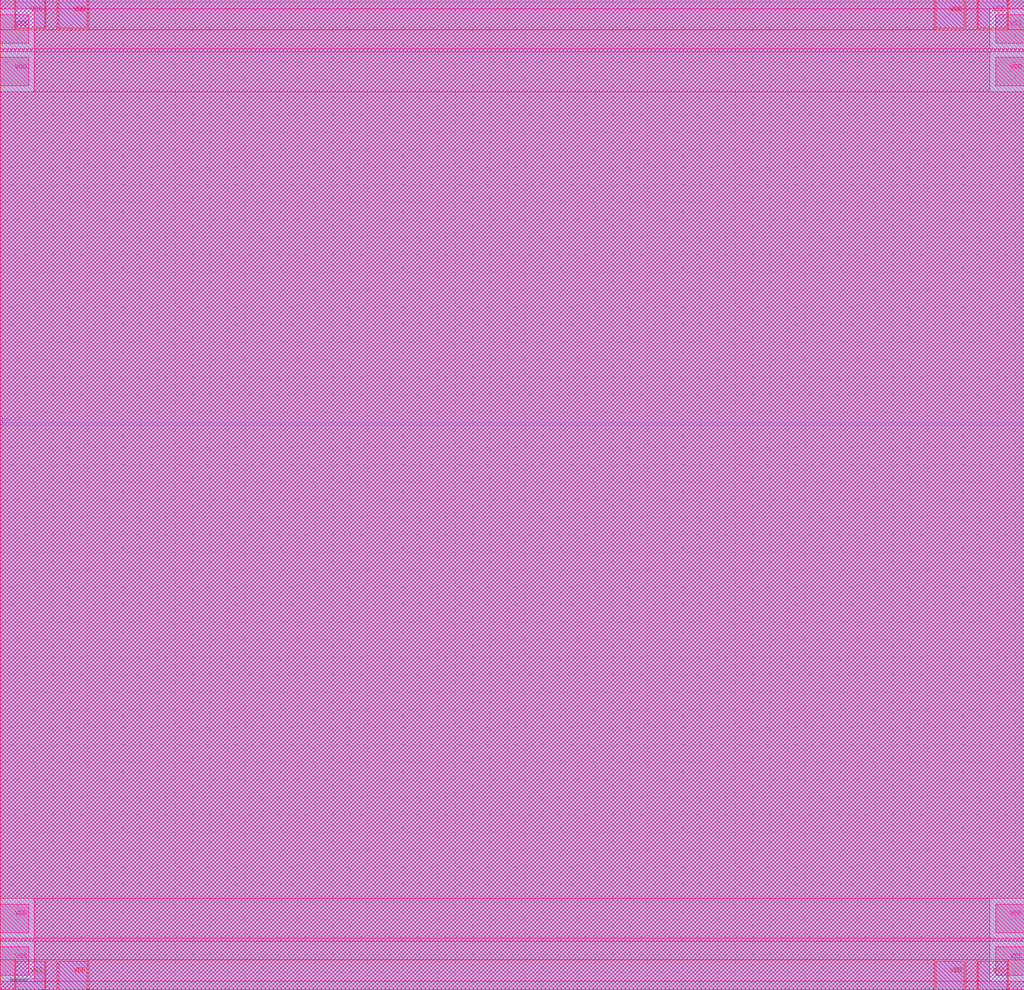
<source format=lef>
###############################################################
#  Generated by:      Cadence Innovus 20.13-s083_1
#  OS:                Linux x86_64(Host ID iron-502-26)
#  Generated on:      Thu Sep  1 14:08:31 2022
#  Design:            bgr_top
#  Command:           write_lef_abstract -5.8 -extractBlockObs ../../interface/gen-0-id-1/bgr_top.lef
###############################################################

VERSION 5.8 ;

BUSBITCHARS "[]" ;
DIVIDERCHAR "/" ;

MACRO bgr_top
  CLASS BLOCK ;
  SIZE 292.560000 BY 282.880000 ;
  FOREIGN bgr_top 0.000000 0.000000 ;
  ORIGIN 0 0 ;
  SYMMETRY X Y R90 ;
  PIN porst
    DIRECTION INOUT ;
    USE SIGNAL ;
    PORT
      LAYER met1 ;
        RECT 0.000000 161.600000 0.595000 161.740000 ;
    END
  END porst
  PIN vbg
    DIRECTION INOUT ;
    USE SIGNAL ;
    PORT
      LAYER met2 ;
        RECT 180.940000 282.395000 181.080000 282.880000 ;
    END
  END vbg
  PIN VDD
    DIRECTION INOUT ;
    USE POWER ;
    PORT
      LAYER met5 ;
        RECT 284.400000 258.240000 292.560000 266.400000 ;
    END
    PORT
      LAYER met5 ;
        RECT 0.000000 258.240000 8.160000 266.400000 ;
    END
    PORT
      LAYER met5 ;
        RECT 284.400000 16.320000 292.560000 24.480000 ;
    END
    PORT
      LAYER met5 ;
        RECT 0.000000 16.320000 8.160000 24.480000 ;
    END
    PORT
      LAYER met4 ;
        RECT 267.280000 274.720000 275.440000 282.880000 ;
    END
    PORT
      LAYER met4 ;
        RECT 267.280000 0.000000 275.440000 8.160000 ;
    END
    PORT
      LAYER met4 ;
        RECT 16.740000 274.720000 24.900000 282.880000 ;
    END
    PORT
      LAYER met4 ;
        RECT 16.740000 0.000000 24.900000 8.160000 ;
    END
  END VDD
  PIN VSS
    DIRECTION INOUT ;
    USE GROUND ;
    PORT
      LAYER met5 ;
        RECT 284.400000 270.480000 292.560000 278.640000 ;
    END
    PORT
      LAYER met5 ;
        RECT 0.000000 270.480000 8.160000 278.640000 ;
    END
    PORT
      LAYER met5 ;
        RECT 284.400000 4.080000 292.560000 12.240000 ;
    END
    PORT
      LAYER met5 ;
        RECT 0.000000 4.080000 8.160000 12.240000 ;
    END
    PORT
      LAYER met4 ;
        RECT 279.520000 274.720000 287.680000 282.880000 ;
    END
    PORT
      LAYER met4 ;
        RECT 279.520000 0.000000 287.680000 8.160000 ;
    END
    PORT
      LAYER met4 ;
        RECT 4.500000 274.720000 12.660000 282.880000 ;
    END
    PORT
      LAYER met4 ;
        RECT 4.500000 0.000000 12.660000 8.160000 ;
    END
  END VSS
  OBS
    LAYER li1 ;
      RECT 0.000000 0.000000 292.560000 282.880000 ;
    LAYER met1 ;
      RECT 0.000000 162.020000 292.560000 282.880000 ;
      RECT 0.875000 161.320000 292.560000 162.020000 ;
      RECT 0.000000 0.000000 292.560000 161.320000 ;
    LAYER met2 ;
      RECT 181.360000 282.115000 292.560000 282.880000 ;
      RECT 0.000000 282.115000 180.660000 282.880000 ;
      RECT 0.000000 0.000000 292.560000 282.115000 ;
    LAYER met3 ;
      RECT 0.000000 0.000000 292.560000 282.880000 ;
    LAYER met4 ;
      RECT 288.080000 274.320000 292.560000 282.880000 ;
      RECT 275.840000 274.320000 279.120000 282.880000 ;
      RECT 25.300000 274.320000 266.880000 282.880000 ;
      RECT 13.060000 274.320000 16.340000 282.880000 ;
      RECT 0.000000 274.320000 4.100000 282.880000 ;
      RECT 0.000000 8.560000 292.560000 274.320000 ;
      RECT 288.080000 0.000000 292.560000 8.560000 ;
      RECT 275.840000 0.000000 279.120000 8.560000 ;
      RECT 25.300000 0.000000 266.880000 8.560000 ;
      RECT 13.060000 0.000000 16.340000 8.560000 ;
      RECT 0.000000 0.000000 4.100000 8.560000 ;
    LAYER met5 ;
      RECT 0.000000 280.240000 292.560000 282.880000 ;
      RECT 9.760000 268.880000 282.800000 280.240000 ;
      RECT 0.000000 268.000000 292.560000 268.880000 ;
      RECT 9.760000 256.640000 282.800000 268.000000 ;
      RECT 0.000000 26.080000 292.560000 256.640000 ;
      RECT 9.760000 14.720000 282.800000 26.080000 ;
      RECT 0.000000 13.840000 292.560000 14.720000 ;
      RECT 9.760000 2.480000 282.800000 13.840000 ;
      RECT 0.000000 0.000000 292.560000 2.480000 ;
  END
END bgr_top

END LIBRARY

</source>
